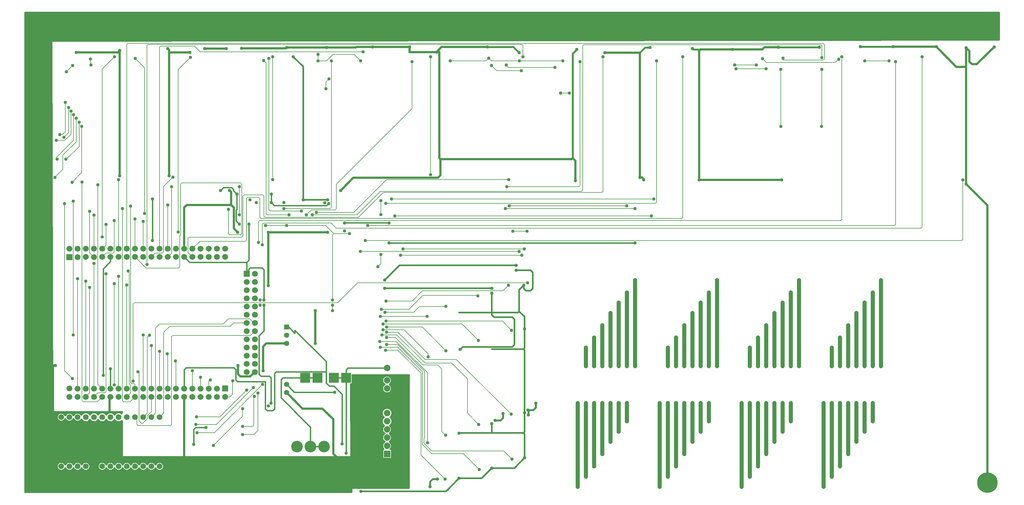
<source format=gbr>
G04 DipTrace 2.3.0.3*
%INBottom.gbr*%
%MOIN*%
%ADD13C,0.015*%
%ADD14C,0.007*%
%ADD15C,0.025*%
%ADD16C,0.0236*%
%ADD17C,0.05*%
%ADD18C,0.024*%
%ADD19C,0.02*%
%ADD22R,0.12X0.12*%
%ADD23C,0.25*%
%ADD26C,0.1417*%
%ADD27C,0.252*%
%ADD31C,0.072*%
%ADD32R,0.072X0.072*%
%ADD33C,0.064*%
%ADD34R,0.064X0.064*%
%ADD35R,0.0787X0.0787*%
%ADD36C,0.0787*%
%ADD37R,0.07X0.07*%
%ADD38C,0.07*%
%ADD39C,0.04*%
%FSLAX44Y44*%
G04*
G70*
G90*
G75*
G01*
%LNBottom*%
%LPD*%
X43690Y9565D2*
D13*
X43693Y9568D1*
Y18753D1*
X36440Y17940D2*
X37379Y17001D1*
X42313D1*
X42190Y18753D2*
X43693D1*
Y19720D1*
X43913Y19940D1*
X48690D1*
X39344Y10355D2*
X40997D1*
X38690Y18753D2*
X35975D1*
X35755Y18533D1*
Y16324D1*
X39344Y12736D1*
Y10355D1*
X40190Y18753D2*
X39435D1*
X38690D1*
X20940Y13940D2*
D14*
X21440Y14440D1*
Y24315D1*
X22190Y25065D1*
X29565D1*
X29965Y25465D1*
X31560D1*
X39940Y22940D2*
D15*
Y26940D1*
X33565Y19627D2*
Y22565D1*
X33940Y22940D1*
X36440D1*
X14940Y16435D2*
X14815Y16310D1*
Y14565D1*
X15565D1*
X31440Y7940D2*
X31190D1*
X29440D2*
X29190Y7690D1*
X27440Y7940D2*
X26940D1*
X25440D2*
X25190D1*
X23940Y16435D2*
Y8940D1*
X36440Y16940D2*
X38379Y15001D1*
X40813D1*
X42126Y13688D1*
Y9504D1*
X42940Y8690D1*
X7940Y61940D2*
X8440D1*
X6940Y59940D2*
Y59690D1*
X11315Y60065D2*
X11190Y60190D1*
Y60315D1*
X16690Y60065D2*
Y60315D1*
X11065Y62690D2*
X10815Y62440D1*
Y62253D1*
X16565Y62690D2*
X16190D1*
X21002D2*
Y62315D1*
X25315Y62753D2*
Y62440D1*
X30252Y60128D2*
Y60440D1*
X25690Y60128D2*
X25502Y60315D1*
Y60502D1*
X21252Y60128D2*
X21127Y60252D1*
Y60628D1*
X40627Y62690D2*
X40315Y63002D1*
X46127Y62753D2*
X45940Y62940D1*
X45877D1*
X50690Y62690D2*
X50565Y62815D1*
X50440D1*
X55252Y62690D2*
X55065Y62877D1*
X54877D1*
X60253Y62690D2*
X60128Y62815D1*
X60002D1*
X65753Y62690D2*
X65503Y62940D1*
X65565Y63002D1*
X71378Y62690D2*
X71128Y62940D1*
X70877D1*
X75690Y62690D2*
X75503Y62877D1*
X75440D1*
X80252Y62690D2*
X80065Y62877D1*
X80003D1*
X85128Y62690D2*
X84878Y62940D1*
X84690D1*
X90190Y62628D2*
X89940Y62877D1*
Y62940D1*
X95627Y62628D2*
X95502Y62753D1*
Y62877D1*
X101338Y62690D2*
X101150Y62877D1*
X100378D1*
X100128D1*
X100627Y62628D2*
X100378Y62877D1*
X105627Y62690D2*
X105440Y62877D1*
X105378D1*
X109752Y62628D2*
X109627Y62753D1*
Y62877D1*
X115003Y62690D2*
X114940Y62753D1*
X114565D1*
X118002Y62690D2*
X117815Y62877D1*
Y62940D1*
X35752Y60128D2*
X35690Y60190D1*
X35440D1*
X40563Y60131D2*
X40438Y60256D1*
Y60318D1*
X40563Y60131D1*
X50752D2*
X50564Y60318D1*
Y60381D1*
X55190Y60193D2*
X55065Y60318D1*
Y60381D1*
X55190Y60193D1*
X60190Y60131D2*
X60003Y60318D1*
X59940D1*
X65691Y60131D2*
X65628Y60193D1*
X65441D1*
X71191Y60256D2*
X71004Y60443D1*
Y60568D1*
X75692Y60193D2*
X75504Y60381D1*
X75379D1*
X80130Y60131D2*
X80005Y60256D1*
Y60443D1*
X85318Y60193D2*
X85193Y60318D1*
Y60443D1*
X90006Y60193D2*
Y60443D1*
X95569Y60068D2*
Y60381D1*
X100445Y60256D2*
Y60506D1*
X105633Y60193D2*
X105383Y60443D1*
X105320D1*
X109696Y60256D2*
X109508Y60443D1*
X109383D1*
X114884Y60256D2*
X114509Y60631D1*
X118571Y60193D2*
Y60506D1*
X16076Y43413D2*
Y58715D1*
X21940Y58940D2*
X22104Y58776D1*
Y58495D1*
X22244D1*
X22104Y58355D1*
Y43413D1*
X30459Y36516D2*
X29989Y36986D1*
Y39538D1*
X29669Y39858D1*
X24260D1*
X23940Y39538D1*
Y34505D1*
X64810Y58440D2*
D16*
X64091Y59159D1*
X60940D1*
X32560Y19470D2*
D15*
X32005Y18915D1*
X30813D1*
X30493Y19235D1*
Y20245D1*
X101440Y59112D2*
D16*
X96440D1*
X80755Y59073D2*
X80149D1*
X79544Y58468D1*
D15*
X79516Y58440D1*
X75276D1*
X29669Y39858D2*
Y41438D1*
X29479Y41628D1*
X106440Y59179D2*
D16*
X110440D1*
X115690D2*
D15*
X118144Y56725D1*
X119199D1*
X119339Y56585D1*
Y42435D1*
X54715Y58537D2*
X55065D1*
Y45580D1*
X55205Y45440D1*
X71195D1*
X71335Y45580D1*
D16*
Y58335D1*
X71838Y58838D1*
X79544Y58468D2*
D3*
D15*
Y43225D1*
X90838Y58838D2*
X86901D1*
X86761Y58698D1*
D16*
X86621Y58838D1*
X86042D1*
X85940Y58940D1*
X41417Y36516D2*
D15*
X34188D1*
X26440Y58940D2*
X29058D1*
X55205Y45440D2*
Y43493D1*
X54885Y43173D1*
X44569D1*
X43025Y41628D1*
X71335Y45580D2*
X71655Y45260D1*
Y42830D1*
X22244Y58495D2*
X24620D1*
X16076Y58715D2*
X15856Y58495D1*
X10776D1*
X36440Y59072D2*
X36350Y58982D1*
X30940D1*
X41338Y59072D2*
X36440D1*
X46940Y59159D2*
X44954D1*
X44866Y59072D1*
X41338D1*
X51440Y59159D2*
X46940D1*
X54715Y58537D2*
X51440D1*
Y59159D1*
X60940D2*
X55337D1*
X54715Y58537D1*
X86761Y58698D2*
Y42905D1*
X96440Y59112D2*
X94733D1*
X94458Y58838D1*
X90838D1*
X119339Y42435D2*
X121940Y39834D1*
Y5940D1*
X119199Y56725D2*
X119339Y56865D1*
Y59041D1*
X110440Y59179D2*
X115690D1*
X119339Y59041D2*
X119734Y58646D1*
Y57365D1*
X120054Y57045D1*
X120642D1*
X122756Y59159D1*
X79544Y43225D2*
X79814D1*
X80014Y43025D1*
Y42905D1*
X86761D2*
X96815D1*
X34188Y36516D2*
Y30025D1*
X8215Y20245D2*
X8208Y20252D1*
X7940D1*
Y13940D1*
X35563Y62756D2*
X35313Y63006D1*
X9565Y56128D2*
D14*
X10315Y56877D1*
X61440Y56880D2*
X62076Y56245D1*
X65081D1*
X91104Y56968D2*
X91132Y56940D1*
X93740D1*
X18940Y13940D2*
X19440Y14440D1*
Y23690D1*
X19690Y23940D1*
X12405Y39085D2*
Y34035D1*
X12940Y33500D1*
Y38615D2*
Y34505D1*
X15405Y37971D2*
Y34115D1*
X15265Y33975D1*
X14410D1*
X13940Y33505D1*
X14405Y37501D2*
Y34970D1*
X13940Y34505D1*
X29339Y39323D2*
Y36351D1*
X29479Y36211D1*
X30831D1*
X30971Y36351D1*
Y42403D1*
X30831Y42543D1*
X23635D1*
X23495Y42403D1*
Y36165D1*
X23405Y36075D1*
Y32295D1*
X23265Y32155D1*
X19290D1*
X17940Y33505D1*
Y38170D2*
Y34505D1*
X18940Y37852D2*
Y34505D1*
X22405Y42088D2*
Y33970D1*
X21940Y33505D1*
Y39851D2*
Y34505D1*
X48545Y40043D2*
X81410D1*
X81550Y40183D1*
Y57468D1*
X39557Y38658D2*
X44995D1*
X47873Y41537D1*
X72409D1*
X72549Y41677D1*
Y59277D1*
X72689Y59417D1*
X101605D1*
X101745Y59277D1*
Y57855D1*
X63295Y42098D2*
X72104D1*
X72244Y42238D1*
Y57358D1*
X30666Y38657D2*
Y42098D1*
X36103Y39433D2*
X41769D1*
X41909Y39573D1*
Y57468D1*
X19100Y38823D2*
Y56609D1*
X17964Y57745D1*
X40060Y38963D2*
X44638D1*
X48618Y42943D1*
X63535D1*
X38229Y39128D2*
X34393D1*
X34253Y39268D1*
Y57745D1*
X33627Y57503D2*
X33940Y57190D1*
Y38798D1*
X34080Y38658D1*
X36746D1*
X51744Y57358D2*
Y51635D1*
X42501Y42393D1*
Y39409D1*
X42361Y39268D1*
X39449D1*
X38839Y38658D1*
X81245Y40573D2*
X49245D1*
X46330Y37352D2*
X110604D1*
X110744Y37492D1*
Y57358D1*
X118944Y42905D2*
Y35660D1*
X118804Y35520D1*
X46025D1*
X44090Y36355D2*
X42182D1*
X41187Y37350D1*
X36432D1*
X42182Y36355D2*
X42042Y36215D1*
Y28240D1*
Y26940D2*
Y27630D1*
X36432Y37350D2*
X33862D1*
X33660Y28240D2*
D13*
Y31970D1*
X33440Y32190D1*
X32000D1*
X31780Y31970D1*
Y31680D1*
X31560Y31460D1*
X26598Y12683D2*
X25327D1*
X25107Y12463D1*
Y10623D1*
X30666Y37528D2*
X30259Y37936D1*
Y39218D1*
X30359Y39318D1*
Y41203D1*
X34558D2*
Y40156D1*
X20055Y35525D2*
Y40577D1*
X14940Y19847D2*
Y17435D1*
X78940Y35215D2*
X48940D1*
X31560Y31460D2*
Y32860D1*
X24585D1*
X23940Y33505D1*
X33660Y27630D2*
Y24482D1*
X33065Y23887D1*
Y19185D1*
X33285Y18965D1*
X34315D1*
X34535Y18745D1*
Y15647D1*
X31560Y32860D2*
X31837Y33137D1*
Y37528D1*
X30359Y41203D2*
X29939Y41623D1*
Y41753D1*
X29719Y41973D1*
X28722D1*
X28377Y41628D1*
X34558Y40156D2*
X34936Y39778D1*
X41310D1*
X41560Y40028D1*
X48940Y37657D2*
X48900Y37697D1*
X43552D1*
X43512Y37657D1*
X10405Y23982D2*
D14*
Y40323D1*
X18940Y23982D2*
Y17435D1*
X10285Y18655D2*
X9335Y19605D1*
Y40018D1*
X17405Y39713D2*
Y18185D1*
X17545Y18045D1*
X17800D1*
X17940Y17905D1*
Y17435D1*
X16405Y39408D2*
Y15975D1*
X16545Y15835D1*
X17340D1*
X17940Y16435D1*
X16940Y30080D2*
Y17435D1*
X47939Y40379D2*
Y38691D1*
Y33816D2*
Y32690D1*
X47564Y32315D1*
X17100Y31775D2*
X17245Y31630D1*
Y17985D1*
X17405Y17825D1*
Y16900D1*
X16940Y16435D1*
X15940Y31160D2*
Y17435D1*
X15405Y17886D2*
Y30245D1*
X13410Y42333D2*
Y17965D1*
X13940Y17435D1*
X63600Y39738D2*
X77940D1*
X11470Y42638D2*
Y15975D1*
X11610Y15835D1*
X13340D1*
X13940Y16435D1*
X63130Y39433D2*
X78940D1*
X12940Y32735D2*
Y17435D1*
X45415Y34185D2*
X64810D1*
X14405Y31447D2*
Y17045D1*
X14265Y16905D1*
X13410D1*
X12940Y16435D1*
X49635Y38518D2*
X80940D1*
X11940Y30550D2*
Y17435D1*
X50635Y34490D2*
X65447D1*
X12410Y29775D2*
Y16905D1*
X11940Y16435D1*
X64045Y36640D2*
X65752D1*
X10940Y30855D2*
Y17435D1*
X50330Y33715D2*
X65142D1*
X17710Y18350D2*
Y27795D1*
X17850Y27935D1*
X42658D1*
X45093Y30370D1*
X65824D1*
X53690Y21315D2*
Y21690D1*
X50753Y24627D1*
X48189D1*
X29877Y18377D2*
X29815Y18315D1*
Y16752D1*
X29498Y16435D1*
X28940D1*
X27502Y10502D2*
X31065Y14065D1*
Y15003D1*
X55878Y22065D2*
X53003Y24940D1*
X48627D1*
X27127Y18503D2*
X26940Y18315D1*
Y17435D1*
X55753Y6377D2*
X52815Y9315D1*
Y19315D1*
X50003Y22127D1*
X48502D1*
X59815Y23315D2*
X57815Y25315D1*
X48189D1*
X25940Y18815D2*
Y17435D1*
X59940Y7565D2*
X58003Y9502D1*
X54127D1*
X53002Y10627D1*
Y19502D1*
X50002Y22502D1*
X47877D1*
X32502Y16502D2*
X32440Y16440D1*
Y12940D1*
X32315Y12815D1*
X31065D1*
X63878Y24565D2*
X62753Y25690D1*
X48564D1*
X24940Y19627D2*
Y17435D1*
X63941Y8813D2*
X62941Y9813D1*
X54127D1*
X53190Y10751D1*
Y11376D1*
X53252Y11438D1*
Y19564D1*
X50002Y22814D1*
X48627D1*
X32937Y16876D2*
Y12313D1*
X32437Y11813D1*
X31062D1*
X53565Y26252D2*
X47877D1*
X22878Y20815D2*
X22940Y20753D1*
Y17435D1*
X53627Y10813D2*
Y19376D1*
X49814Y23189D1*
X47814D1*
X31562Y17251D2*
X28312Y14001D1*
X25437D1*
X55878Y27503D2*
Y27440D1*
X52627D1*
X51940Y26753D1*
X48440D1*
X21878Y21690D2*
X21940Y21628D1*
Y17435D1*
X55815Y11751D2*
X55377Y12188D1*
Y19814D1*
X54877Y20314D1*
X53065D1*
X49689Y23689D1*
X48627D1*
X32375Y17564D2*
X27874Y13063D1*
X25374D1*
X59752Y28753D2*
X59690Y28815D1*
X53065D1*
X51378Y27128D1*
X48002D1*
X20940Y22002D2*
Y17435D1*
X59878Y13063D2*
X58503Y14438D1*
Y18626D1*
X56565Y20564D1*
X53315D1*
X49877Y24002D1*
X48064D1*
X33500Y17939D2*
X27624Y12063D1*
X25499D1*
X63502Y30065D2*
X62815Y29378D1*
X53003D1*
X51752Y28127D1*
X48564D1*
X19940Y22690D2*
Y17435D1*
X63816Y14313D2*
X57128Y21002D1*
X53315D1*
X50002Y24315D1*
X48627D1*
X18311Y19502D2*
X18436Y19376D1*
Y13501D1*
X18748Y13188D1*
X18874D1*
X19436Y13751D1*
Y14126D1*
X19940Y14630D1*
Y16435D1*
X71940Y15690D2*
D17*
Y5440D1*
X81940Y15690D2*
Y5440D1*
X91940Y15690D2*
Y5440D1*
X101940Y15690D2*
Y5440D1*
X54816Y6402D2*
D18*
X54238D1*
X53928Y6092D1*
Y5440D1*
X102940Y20190D2*
D17*
Y22440D1*
X92940Y20190D2*
Y22440D1*
X82940Y20190D2*
Y22440D1*
X72940Y20190D2*
Y22440D1*
Y15690D2*
Y6690D1*
X82940Y15690D2*
Y6690D1*
X92940Y15690D2*
Y6690D1*
X102940Y15690D2*
Y6690D1*
X103940Y20190D2*
Y23690D1*
X93940Y20190D2*
Y23690D1*
X83940Y20190D2*
Y23690D1*
X73940Y20190D2*
Y23690D1*
Y15690D2*
Y7940D1*
X83940Y15690D2*
Y7940D1*
X93940Y15690D2*
Y7940D1*
X103940Y15690D2*
Y7940D1*
X104940Y20190D2*
Y25190D1*
X94940Y20190D2*
Y25190D1*
X84940Y20190D2*
Y25190D1*
X74940Y20190D2*
Y25190D1*
Y15690D2*
Y9440D1*
X84940Y15690D2*
Y9440D1*
X94940Y15690D2*
Y9440D1*
X104940Y15690D2*
Y9440D1*
X105940Y20190D2*
Y26690D1*
X95940Y20190D2*
Y26690D1*
X85940Y20190D2*
Y26690D1*
X75940Y20190D2*
Y26690D1*
Y15690D2*
Y10940D1*
X85940Y15690D2*
Y10940D1*
X95940Y15690D2*
Y10940D1*
X105940Y15690D2*
Y10940D1*
X106940Y20190D2*
Y27940D1*
X96940Y20190D2*
Y27940D1*
X86940Y20190D2*
Y27940D1*
X76940Y20190D2*
Y27940D1*
Y15690D2*
Y12190D1*
X86940Y15690D2*
Y12190D1*
X96940Y15690D2*
Y12190D1*
X106940Y15690D2*
Y12190D1*
X107940Y20190D2*
Y29190D1*
X97940Y20190D2*
Y29190D1*
X87940Y20190D2*
Y29190D1*
X77940Y20190D2*
Y29190D1*
Y15690D2*
Y13440D1*
X87940Y15690D2*
Y13440D1*
X97940Y15690D2*
Y13440D1*
X107940Y15690D2*
Y13440D1*
X62816Y14402D2*
D18*
Y13870D1*
X62506Y13560D1*
X61853D1*
X108940Y20190D2*
D17*
Y30690D1*
X98940Y20190D2*
Y30690D1*
X88940Y20190D2*
Y30690D1*
X78940Y20190D2*
Y30690D1*
X66816Y15652D2*
D18*
Y15120D1*
X66506Y14810D1*
X65853D1*
D16*
X65935Y14729D1*
Y14215D1*
X45470Y57440D2*
D14*
X44667Y58243D1*
X42102D1*
X41299Y57440D1*
X40276D1*
X103789Y57663D2*
X103371Y57245D1*
X94971D1*
X94499Y57717D1*
X106961Y57440D2*
X109940D1*
X56399D2*
X60771D1*
X61104Y57772D1*
X40276Y57440D2*
Y58245D1*
X64845Y57440D2*
X70120D1*
X61104Y57772D2*
X61436Y57440D1*
X64845D1*
X75034Y57940D2*
Y41537D1*
X74894Y41397D1*
X48240D1*
X45197Y38353D1*
X33800D1*
X33660Y38493D1*
Y40943D1*
X33520Y41083D1*
X31251D1*
X31111Y40943D1*
Y36071D1*
X30971Y35931D1*
X24545D1*
X24405Y35791D1*
Y34040D1*
X24940Y33505D1*
X53995Y43568D2*
Y57940D1*
X22574Y43248D2*
X21405Y42079D1*
Y34115D1*
X21265Y33975D1*
X20410D1*
X19940Y33505D1*
X84776Y57940D2*
Y38353D1*
X84636Y38213D1*
X33290D1*
X33150Y38353D1*
Y40663D1*
X33010Y40803D1*
X31672D1*
X31532Y40663D1*
Y35574D1*
X31392Y35434D1*
X25869D1*
X24940Y34505D1*
X15440Y57940D2*
X13940Y56440D1*
Y35940D1*
X34723Y42943D2*
Y57940D1*
X15940Y42943D2*
Y34505D1*
X33010Y35280D2*
Y37822D1*
X33150Y37962D1*
X104037D1*
X104177Y38102D1*
Y57940D1*
X24690Y57877D2*
X23190Y56377D1*
Y36565D1*
X19405Y32600D2*
Y59324D1*
X19545Y59464D1*
X65136D1*
X65276Y59324D1*
Y57940D1*
X33480Y34975D2*
Y37515D1*
X33620Y37655D1*
X41857D1*
X42507Y37005D1*
X113817D1*
X113957Y37145D1*
Y57940D1*
X45775Y58553D2*
X25887D1*
X25195Y59245D1*
X21080D1*
X20940Y59105D1*
Y34505D1*
X96996Y57787D2*
Y57550D1*
X101910D1*
X102050Y57690D1*
Y59464D1*
X101910Y59604D1*
X17080D1*
X16940Y59464D1*
Y34505D1*
X19940Y13940D2*
X20440Y14440D1*
Y24815D1*
X20940Y25315D1*
X28690D1*
X29315Y25940D1*
X31940D1*
X32415Y25465D1*
X32560D1*
X61465Y29072D2*
D19*
Y26435D1*
X61735Y26165D1*
X63978D1*
X64248Y25895D1*
Y22805D1*
X63978Y22535D1*
X57917D1*
X57610Y22228D1*
X48395Y29683D2*
X61465D1*
X64440Y32473D2*
X50193D1*
X48395Y30675D1*
X45507Y4898D2*
X55884D1*
X57465Y6478D1*
X64440Y31903D2*
X66194D1*
X66464Y31633D1*
Y29668D1*
X66194Y29398D1*
X65624D1*
X65354Y29668D1*
Y30038D1*
X41422Y40498D2*
X38475D1*
X38450Y40473D1*
X65354Y30038D2*
X64814Y29498D1*
Y26863D1*
X65465Y26211D1*
Y24728D1*
Y22405D1*
X65325Y22265D1*
X65465Y22125D1*
Y14478D1*
X57465Y11978D2*
X57502Y12015D1*
X61465D1*
Y13170D1*
X65465Y8978D2*
Y11875D1*
X65325Y12015D1*
X61465D1*
Y7728D2*
X64215D1*
X65465Y8978D1*
X57465Y6478D2*
X60215D1*
X61465Y7728D1*
X65465Y14478D2*
Y12155D1*
X65325Y12015D1*
Y22265D2*
X61465D1*
X57465Y26723D2*
X64674D1*
X64814Y26863D1*
X38450Y40473D2*
Y56740D1*
X37222Y57968D1*
X43190Y10690D2*
D13*
Y16750D1*
X42188Y17751D1*
X41626D1*
X41251Y18126D1*
Y19498D1*
Y20752D1*
X37440Y24562D1*
Y24190D1*
X36690Y24940D1*
X36440D1*
X14060Y19065D2*
Y32064D1*
X14940Y32944D1*
Y33505D1*
X23940Y17435D2*
Y19753D1*
X24160Y19973D1*
X30003D1*
X30223Y19753D1*
Y18504D1*
X30443Y18284D1*
X33845D1*
Y14970D1*
X34065Y14750D1*
X34733D1*
X34953Y14970D1*
Y19278D1*
X35173Y19498D1*
X41251D1*
X32560Y24465D2*
D14*
X32030Y23935D1*
X22545D1*
X22405Y23795D1*
Y13048D1*
X22265Y12908D1*
X18308D1*
X18168Y13048D1*
Y13712D1*
X17940Y13940D1*
X12565Y56940D2*
X12503Y57003D1*
Y57690D1*
X91280Y56498D2*
X94941D1*
X69175Y56663D2*
X63506D1*
X63230Y56940D1*
X8752Y48440D2*
X9065D1*
X9440Y48815D1*
Y52378D1*
X9253Y48128D2*
X9815Y48690D1*
Y51752D1*
X8315Y47752D2*
X9377D1*
X10127Y48502D1*
Y51315D1*
X8440Y45440D2*
X8378Y45502D1*
Y45690D1*
X10440Y47752D1*
Y50877D1*
X8167Y43213D2*
Y43073D1*
X8229Y43323D1*
X9127Y44221D1*
Y45940D1*
X10752Y47565D1*
Y50440D1*
X9503Y45440D2*
Y45378D1*
X11127Y47002D1*
Y49940D1*
X10252Y42627D2*
X11440Y43815D1*
Y49440D1*
X41219Y54048D2*
Y54860D1*
X41604Y55245D1*
X69856Y53528D2*
X70940D1*
X96719Y49440D2*
Y56412D1*
X101694Y49440D2*
X101744Y49490D1*
Y56412D1*
D39*
X43690Y9565D3*
X42313Y17001D3*
X39940Y22940D3*
Y26940D3*
X33565Y19627D3*
X31440Y7940D3*
X29440D3*
X27440D3*
X25440D3*
X39940Y26940D3*
X7940Y61940D3*
X6940Y59940D3*
X11315Y60065D3*
X16690D3*
X11065Y62690D3*
X16565D3*
X21002D3*
X25315Y62753D3*
X30252Y60128D3*
X25690D3*
X21252D3*
X40627Y62690D3*
X46127Y62753D3*
X50690Y62690D3*
X55252D3*
X60253D3*
X65753D3*
X71378D3*
X75690D3*
X80252D3*
X85128D3*
X90190Y62628D3*
X95627D3*
X101338Y62690D3*
X100627Y62628D3*
X105627Y62690D3*
X109752Y62628D3*
X115003Y62690D3*
X118002D3*
X35752Y60128D3*
X40563Y60131D3*
X50752D3*
X55190Y60193D3*
X60190Y60131D3*
X65691D3*
X71191Y60256D3*
X75692Y60193D3*
X80130Y60131D3*
X85318Y60193D3*
X90006D3*
X95569Y60068D3*
X100445Y60256D3*
X105633Y60193D3*
X109696Y60256D3*
X114884D3*
X118571Y60193D3*
X35563Y62756D3*
X9565Y56128D3*
X10315Y56877D3*
X19690Y23940D3*
X33627Y57503D3*
X47939Y40379D3*
Y38691D3*
Y33816D3*
X47564Y32315D3*
X53690Y21315D3*
X48189Y24627D3*
X29877Y18377D3*
X27502Y10502D3*
X31065Y15003D3*
X55878Y22065D3*
X48627Y24940D3*
X27127Y18503D3*
X55753Y6377D3*
X48502Y22127D3*
X59815Y23315D3*
X48189Y25315D3*
X25940Y18815D3*
X59940Y7565D3*
X47877Y22502D3*
X32502Y16502D3*
X31065Y12815D3*
X63878Y24565D3*
X48564Y25690D3*
X24940Y19627D3*
X63941Y8813D3*
X48627Y22814D3*
X32937Y16876D3*
X31062Y11813D3*
X53565Y26252D3*
X47877D3*
X22878Y20815D3*
X53627Y10813D3*
X47814Y23189D3*
X31562Y17251D3*
X25437Y14001D3*
X55878Y27503D3*
X48440Y26753D3*
X21878Y21690D3*
X55815Y11751D3*
X48627Y23689D3*
X32375Y17564D3*
X25374Y13063D3*
X59752Y28753D3*
X48002Y27128D3*
X20940Y22002D3*
X59878Y13063D3*
X48064Y24002D3*
X33500Y17939D3*
X25499Y12063D3*
X63502Y30065D3*
X48564Y28127D3*
X19940Y22690D3*
X63816Y14313D3*
X48627Y24315D3*
X18311Y19502D3*
X71940Y15690D3*
Y5440D3*
X81940Y15690D3*
Y5440D3*
X91940Y15690D3*
Y5440D3*
X101940Y15690D3*
Y5440D3*
X102940Y20190D3*
Y22440D3*
X92940Y20190D3*
Y22440D3*
X82940Y20190D3*
Y22440D3*
X72940Y20190D3*
Y22440D3*
Y15690D3*
Y6690D3*
X82940Y15690D3*
Y6690D3*
X92940Y15690D3*
Y6690D3*
X102940Y15690D3*
Y6690D3*
X103940Y20190D3*
Y23690D3*
X93940Y20190D3*
Y23690D3*
X83940Y20190D3*
Y23690D3*
X73940Y20190D3*
Y23690D3*
Y15690D3*
Y7940D3*
X83940Y15690D3*
Y7940D3*
X93940Y15690D3*
Y7940D3*
X103940Y15690D3*
Y7940D3*
X104940Y20190D3*
Y25190D3*
X94940Y20190D3*
Y25190D3*
X84940Y20190D3*
Y25190D3*
X74940Y20190D3*
Y25190D3*
Y15690D3*
Y9440D3*
X84940Y15690D3*
Y9440D3*
X94940Y15690D3*
Y9440D3*
X104940Y15690D3*
Y9440D3*
X105940Y20190D3*
Y26690D3*
X95940Y20190D3*
Y26690D3*
X85940Y20190D3*
Y26690D3*
X75940Y20190D3*
Y26690D3*
Y15690D3*
Y10940D3*
X85940Y15690D3*
Y10940D3*
X95940Y15690D3*
Y10940D3*
X105940Y15690D3*
Y10940D3*
X106940Y20190D3*
Y27940D3*
X96940Y20190D3*
Y27940D3*
X86940Y20190D3*
Y27940D3*
X76940Y20190D3*
Y27940D3*
Y15690D3*
Y12190D3*
X86940Y15690D3*
Y12190D3*
X96940Y15690D3*
Y12190D3*
X106940Y15690D3*
Y12190D3*
X107940Y20190D3*
Y29190D3*
X97940Y20190D3*
Y29190D3*
X87940Y20190D3*
Y29190D3*
X77940Y20190D3*
Y29190D3*
Y15690D3*
Y13440D3*
X87940Y15690D3*
Y13440D3*
X97940Y15690D3*
Y13440D3*
X107940Y15690D3*
Y13440D3*
X108940Y20190D3*
Y30690D3*
X98940Y20190D3*
Y30690D3*
X88940Y20190D3*
Y30690D3*
X78940Y20190D3*
Y30690D3*
X15440Y57940D3*
X13940Y35940D3*
X24690Y57877D3*
X23190Y36565D3*
X43190Y10690D3*
X12565Y56940D3*
X12503Y57690D3*
X8752Y48440D3*
X9440Y52378D3*
X9253Y48128D3*
X9815Y51752D3*
X8315Y47752D3*
X10127Y51315D3*
X8440Y45440D3*
X10440Y50877D3*
X8167Y43213D3*
X10752Y50440D3*
X9503Y45440D3*
X11127Y49940D3*
X10252Y42627D3*
X11440Y49440D3*
X30190Y62690D3*
X101338D3*
X55190Y60193D3*
X40563Y60131D3*
X46189D3*
X106440Y59179D3*
X110440D3*
X115690D3*
X46940Y59159D3*
X51440D3*
X60940D3*
X122756D3*
X96440Y59112D3*
X101440D3*
X80755Y59073D3*
X36440Y59072D3*
X41338D3*
X119339Y59041D3*
X30940Y58982D3*
X21940Y58940D3*
X26440D3*
X29058D3*
X85940D3*
X71838Y58838D3*
X90838D3*
X16076Y58715D3*
X45775Y58553D3*
X54715Y58537D3*
X10776Y58495D3*
X24620D3*
X64810Y58440D3*
X75276D3*
X40276Y58245D3*
X37222Y57968D3*
X34723Y57940D3*
X53995D3*
X65276D3*
X75034D3*
X84776D3*
X104177D3*
X113957D3*
X101745Y57855D3*
X96996Y57787D3*
X61104Y57772D3*
X17964Y57745D3*
X34253D3*
X94499Y57717D3*
X103789Y57663D3*
X41909Y57468D3*
X81550D3*
X40276Y57440D3*
X45470D3*
X56399D3*
X64845D3*
X70120D3*
X106961D3*
X109940D3*
X51744Y57358D3*
X72244D3*
X110744D3*
X91104Y56968D3*
X63230Y56940D3*
X93740D3*
X61440Y56880D3*
X69175Y56663D3*
X91280Y56498D3*
X94941D3*
X96719Y56412D3*
X101744D3*
X65081Y56245D3*
X41604Y55245D3*
X41219Y54048D3*
X69856Y53528D3*
X70940D3*
X96719Y49440D3*
X101694D3*
X53995Y43568D3*
X16076Y43413D3*
X22104D3*
X22574Y43248D3*
X79544Y43225D3*
X15940Y42943D3*
X34723D3*
X63535D3*
X80014Y42905D3*
X86761D3*
X96815D3*
X118944D3*
X71655Y42830D3*
X11470Y42638D3*
X119339Y42435D3*
X13410Y42333D3*
X30666Y42098D3*
X63295D3*
X22405Y42088D3*
X29479Y41628D3*
X43025D3*
X49245Y40573D3*
X81245D3*
X31977Y40498D3*
X41422D3*
X38450Y40473D3*
X10405Y40323D3*
X32717Y40157D3*
X36103D3*
X41090Y40128D3*
X48545Y40043D3*
X9335Y40018D3*
X21940Y39851D3*
X63600Y39738D3*
X77940D3*
X17405Y39713D3*
X36103Y39433D3*
X63130D3*
X78940D3*
X16405Y39408D3*
X29339Y39323D3*
X38229Y39128D3*
X12405Y39085D3*
X40060Y38963D3*
X19100Y38823D3*
X36746Y38658D3*
X38839D3*
X39557D3*
X30666Y38657D3*
X12940Y38615D3*
X49635Y38518D3*
X80940D3*
X17940Y38170D3*
X15405Y37971D3*
X18940Y37852D3*
X14405Y37501D3*
X33862Y37350D3*
X36432D3*
X46330Y37352D3*
X43497Y36700D3*
X64045Y36640D3*
X65752D3*
X30459Y36516D3*
X34188D3*
X41417D3*
X44090Y36355D3*
X46025Y35520D3*
X33010Y35280D3*
X33480Y34975D3*
X50635Y34490D3*
X65447D3*
X45415Y34185D3*
X64810D3*
X50330Y33715D3*
X65142D3*
X12940Y32735D3*
X19405Y32600D3*
X64440Y32473D3*
Y31903D3*
X17100Y31775D3*
X14405Y31447D3*
X15940Y31160D3*
X10940Y30855D3*
X48395Y30675D3*
X11940Y30550D3*
X65824Y30370D3*
X15405Y30245D3*
X16940Y30080D3*
X65354Y30038D3*
X34188Y30025D3*
X12410Y29775D3*
X48395Y29683D3*
X61465D3*
Y29072D3*
X33190Y28240D3*
X42042D3*
X33190Y27630D3*
X42042D3*
Y26940D3*
X65465Y24728D3*
X10405Y23982D3*
X18940D3*
X57610Y22228D3*
X8215Y20245D3*
X30493D3*
X14060Y19065D3*
X10285Y18655D3*
X17710Y18350D3*
X15405Y17886D3*
X66816Y15652D3*
X34190Y15315D3*
X65853Y14810D3*
X65465Y14478D3*
X62816Y14402D3*
X65935Y14215D3*
X61853Y13560D3*
X61465Y13170D3*
X57465Y11978D3*
X65465Y8978D3*
X61465Y7728D3*
X57465Y6478D3*
X54816Y6402D3*
X53928Y5440D3*
X45507Y4898D3*
X101338Y62690D3*
X28377Y41628D3*
X41560Y40028D3*
X20055Y40577D3*
Y35525D3*
X14940Y19847D3*
X43512Y37657D3*
X48940D3*
Y35215D3*
X78940D3*
X30666Y37528D3*
X31837D3*
X34558Y41203D3*
X34535Y15647D3*
X33660Y27630D3*
Y28240D3*
X25107Y10623D3*
X26598Y12683D3*
X30359Y41203D3*
X34558Y40156D3*
X4590Y63066D2*
D15*
X123292D1*
X4590Y62818D2*
X123292D1*
X4590Y62569D2*
X123292D1*
X4590Y62320D2*
X123292D1*
X4590Y62072D2*
X123292D1*
X4590Y61823D2*
X123292D1*
X4590Y61574D2*
X123292D1*
X4590Y61325D2*
X123292D1*
X4590Y61077D2*
X123292D1*
X4590Y60828D2*
X123292D1*
X4590Y60579D2*
X123292D1*
X4590Y60331D2*
X123292D1*
X4590Y60082D2*
X123292D1*
X4590Y59833D2*
X7702D1*
X4590Y59585D2*
X7702D1*
X4590Y59336D2*
X7706D1*
X4590Y59087D2*
X7706D1*
X4590Y58839D2*
X7706D1*
X4590Y58590D2*
X7706D1*
X4590Y58341D2*
X7706D1*
X4590Y58093D2*
X7706D1*
X4590Y57844D2*
X7706D1*
X4590Y57595D2*
X7706D1*
X4590Y57346D2*
X7710D1*
X4590Y57098D2*
X7710D1*
X4590Y56849D2*
X7710D1*
X4590Y56600D2*
X7710D1*
X4590Y56352D2*
X7710D1*
X4590Y56103D2*
X7710D1*
X4590Y55854D2*
X7710D1*
X4590Y55606D2*
X7710D1*
X4590Y55357D2*
X7714D1*
X4590Y55108D2*
X7714D1*
X4590Y54860D2*
X7714D1*
X4590Y54611D2*
X7714D1*
X4590Y54362D2*
X7714D1*
X4590Y54114D2*
X7714D1*
X4590Y53865D2*
X7714D1*
X4590Y53616D2*
X7714D1*
X4590Y53367D2*
X7718D1*
X4590Y53119D2*
X7718D1*
X4590Y52870D2*
X7718D1*
X4590Y52621D2*
X7718D1*
X4590Y52373D2*
X7718D1*
X4590Y52124D2*
X7718D1*
X4590Y51875D2*
X7718D1*
X4590Y51627D2*
X7718D1*
X4590Y51378D2*
X7718D1*
X4590Y51129D2*
X7722D1*
X4590Y50881D2*
X7722D1*
X4590Y50632D2*
X7722D1*
X4590Y50383D2*
X7722D1*
X4590Y50135D2*
X7722D1*
X4590Y49886D2*
X7722D1*
X4590Y49637D2*
X7722D1*
X4590Y49388D2*
X7722D1*
X4590Y49140D2*
X7726D1*
X4590Y48891D2*
X7726D1*
X4590Y48642D2*
X7726D1*
X4590Y48394D2*
X7726D1*
X4590Y48145D2*
X7726D1*
X4590Y47896D2*
X7726D1*
X4590Y47648D2*
X7726D1*
X4590Y47399D2*
X7726D1*
X4590Y47150D2*
X7729D1*
X4590Y46902D2*
X7729D1*
X4590Y46653D2*
X7729D1*
X4590Y46404D2*
X7729D1*
X4590Y46156D2*
X7729D1*
X4590Y45907D2*
X7729D1*
X4590Y45658D2*
X7729D1*
X4590Y45409D2*
X7729D1*
X4590Y45161D2*
X7733D1*
X4590Y44912D2*
X7733D1*
X4590Y44663D2*
X7733D1*
X4590Y44415D2*
X7733D1*
X4590Y44166D2*
X7733D1*
X4590Y43917D2*
X7733D1*
X4590Y43669D2*
X7733D1*
X4590Y43420D2*
X7733D1*
X4590Y43171D2*
X7737D1*
X4590Y42923D2*
X7737D1*
X4590Y42674D2*
X7737D1*
X4590Y42425D2*
X7737D1*
X4590Y42177D2*
X7737D1*
X4590Y41928D2*
X7737D1*
X4590Y41679D2*
X7737D1*
X4590Y41430D2*
X7737D1*
X4590Y41182D2*
X7741D1*
X4590Y40933D2*
X7741D1*
X4590Y40684D2*
X7741D1*
X4590Y40436D2*
X7741D1*
X4590Y40187D2*
X7741D1*
X4590Y39938D2*
X7741D1*
X4590Y39690D2*
X7741D1*
X4590Y39441D2*
X7741D1*
X4590Y39192D2*
X7741D1*
X4590Y38944D2*
X7745D1*
X4590Y38695D2*
X7745D1*
X4590Y38446D2*
X7745D1*
X4590Y38198D2*
X7745D1*
X4590Y37949D2*
X7745D1*
X4590Y37700D2*
X7745D1*
X4590Y37451D2*
X7745D1*
X4590Y37203D2*
X7745D1*
X4590Y36954D2*
X7749D1*
X4590Y36705D2*
X7749D1*
X4590Y36457D2*
X7749D1*
X4590Y36208D2*
X7749D1*
X4590Y35959D2*
X7749D1*
X4590Y35711D2*
X7749D1*
X4590Y35462D2*
X7749D1*
X4590Y35213D2*
X7749D1*
X4590Y34965D2*
X7753D1*
X4590Y34716D2*
X7753D1*
X4590Y34467D2*
X7753D1*
X4590Y34219D2*
X7753D1*
X4590Y33970D2*
X7753D1*
X4590Y33721D2*
X7753D1*
X4590Y33472D2*
X7753D1*
X4590Y33224D2*
X7753D1*
X4590Y32975D2*
X7757D1*
X4590Y32726D2*
X7757D1*
X4590Y32478D2*
X7757D1*
X4590Y32229D2*
X7757D1*
X4590Y31980D2*
X7757D1*
X4590Y31732D2*
X7757D1*
X4590Y31483D2*
X7757D1*
X4590Y31234D2*
X7757D1*
X4590Y30986D2*
X7761D1*
X4590Y30737D2*
X7761D1*
X4590Y30488D2*
X7761D1*
X4590Y30240D2*
X7761D1*
X4590Y29991D2*
X7761D1*
X4590Y29742D2*
X7761D1*
X4590Y29493D2*
X7761D1*
X4590Y29245D2*
X7761D1*
X4590Y28996D2*
X7761D1*
X4590Y28747D2*
X7765D1*
X4590Y28499D2*
X7765D1*
X4590Y28250D2*
X7765D1*
X4590Y28001D2*
X7765D1*
X4590Y27753D2*
X7765D1*
X4590Y27504D2*
X7765D1*
X4590Y27255D2*
X7765D1*
X4590Y27007D2*
X7765D1*
X4590Y26758D2*
X7769D1*
X4590Y26509D2*
X7769D1*
X4590Y26261D2*
X7769D1*
X4590Y26012D2*
X7769D1*
X4590Y25763D2*
X7769D1*
X4590Y25514D2*
X7769D1*
X4590Y25266D2*
X7769D1*
X4590Y25017D2*
X7769D1*
X4590Y24768D2*
X7772D1*
X4590Y24520D2*
X7772D1*
X4590Y24271D2*
X7772D1*
X4590Y24022D2*
X7772D1*
X4590Y23774D2*
X7772D1*
X4590Y23525D2*
X7772D1*
X4590Y23276D2*
X7772D1*
X4590Y23028D2*
X7772D1*
X4590Y22779D2*
X7776D1*
X4590Y22530D2*
X7776D1*
X4590Y22282D2*
X7776D1*
X4590Y22033D2*
X7776D1*
X4590Y21784D2*
X7776D1*
X4590Y21535D2*
X7776D1*
X4590Y21287D2*
X7776D1*
X4590Y21038D2*
X7776D1*
X4590Y20789D2*
X7780D1*
X4590Y20541D2*
X7780D1*
X4590Y20292D2*
X7780D1*
X4590Y20043D2*
X7780D1*
X4590Y19795D2*
X7780D1*
X4590Y19546D2*
X7780D1*
X4590Y19297D2*
X7780D1*
X4590Y19049D2*
X7780D1*
X4590Y18800D2*
X7780D1*
X4590Y18551D2*
X7784D1*
X4590Y18303D2*
X7784D1*
X4590Y18054D2*
X7784D1*
X4590Y17805D2*
X7784D1*
X4590Y17556D2*
X7784D1*
X4590Y17308D2*
X7784D1*
X4590Y17059D2*
X7784D1*
X4590Y16810D2*
X7784D1*
X4590Y16562D2*
X7788D1*
X4590Y16313D2*
X7788D1*
X4590Y16064D2*
X7788D1*
X4590Y15816D2*
X7788D1*
X4590Y15567D2*
X7788D1*
X4590Y15318D2*
X7788D1*
X4590Y15070D2*
X7788D1*
X4590Y14821D2*
X7788D1*
X4590Y14572D2*
X7792D1*
X4590Y14324D2*
X8515D1*
X9365D2*
X9515D1*
X10365D2*
X10515D1*
X4590Y14075D2*
X8378D1*
X4590Y13826D2*
X8370D1*
X4590Y13577D2*
X8495D1*
X9385D2*
X9492D1*
X10385D2*
X10492D1*
X4590Y13329D2*
X11847D1*
X12033D2*
X12847D1*
X13033D2*
X13847D1*
X14033D2*
X14847D1*
X15033D2*
X15847D1*
X16033D2*
X16292D1*
X4590Y13080D2*
X16292D1*
X4590Y12831D2*
X16292D1*
X4590Y12583D2*
X16292D1*
X4590Y12334D2*
X16292D1*
X4590Y12085D2*
X16292D1*
X4590Y11837D2*
X16292D1*
X4590Y11588D2*
X16292D1*
X4590Y11339D2*
X16292D1*
X4590Y11091D2*
X16292D1*
X4590Y10842D2*
X16292D1*
X4590Y10593D2*
X16292D1*
X4590Y10345D2*
X16292D1*
X4590Y10096D2*
X16292D1*
X4590Y9847D2*
X16292D1*
X4590Y9598D2*
X16292D1*
X4590Y9350D2*
X16292D1*
X4590Y9101D2*
X16292D1*
X4590Y8852D2*
X44292D1*
X4590Y8604D2*
X44292D1*
X4590Y8355D2*
X8546D1*
X9334D2*
X9546D1*
X10334D2*
X10546D1*
X11334D2*
X11546D1*
X12334D2*
X13546D1*
X14334D2*
X14546D1*
X15334D2*
X15546D1*
X16334D2*
X16546D1*
X17334D2*
X17546D1*
X18334D2*
X18546D1*
X19334D2*
X19546D1*
X20334D2*
X20546D1*
X21334D2*
X44292D1*
X4590Y8106D2*
X8386D1*
X12494D2*
X13386D1*
X21494D2*
X44292D1*
X4590Y7858D2*
X8366D1*
X12514D2*
X13366D1*
X21514D2*
X44292D1*
X4590Y7609D2*
X8472D1*
X12408D2*
X13472D1*
X21408D2*
X44292D1*
X4590Y7360D2*
X44292D1*
X4590Y7112D2*
X44292D1*
X4590Y6863D2*
X44292D1*
X4590Y6614D2*
X44292D1*
X4590Y6366D2*
X44292D1*
X4590Y6117D2*
X44292D1*
X4590Y5868D2*
X44292D1*
X4590Y5619D2*
X44292D1*
X4590Y5371D2*
X44292D1*
X4590Y5122D2*
X44292D1*
X4590Y4873D2*
X44292D1*
X9441Y7702D2*
X9373Y7593D1*
X9285Y7505D1*
X9179Y7439D1*
X9061Y7398D1*
X8937Y7385D1*
X8813Y7400D1*
X8695Y7442D1*
X8590Y7509D1*
X8503Y7598D1*
X8438Y7704D1*
X8398Y7822D1*
X8385Y7946D1*
X8400Y8070D1*
X8443Y8187D1*
X8511Y8292D1*
X8600Y8379D1*
X8707Y8444D1*
X8825Y8483D1*
X8950Y8495D1*
X9073Y8479D1*
X9190Y8435D1*
X9295Y8367D1*
X9381Y8277D1*
X9439Y8180D1*
X9511Y8292D1*
X9600Y8379D1*
X9707Y8444D1*
X9825Y8483D1*
X9950Y8495D1*
X10073Y8479D1*
X10190Y8435D1*
X10295Y8367D1*
X10381Y8277D1*
X10439Y8180D1*
X10511Y8292D1*
X10600Y8379D1*
X10707Y8444D1*
X10825Y8483D1*
X10950Y8495D1*
X11073Y8479D1*
X11190Y8435D1*
X11295Y8367D1*
X11381Y8277D1*
X11439Y8180D1*
X11511Y8292D1*
X11600Y8379D1*
X11707Y8444D1*
X11825Y8483D1*
X11950Y8495D1*
X12073Y8479D1*
X12190Y8435D1*
X12295Y8367D1*
X12381Y8277D1*
X12445Y8170D1*
X12484Y8051D1*
X12495Y7940D1*
X12481Y7816D1*
X12440Y7698D1*
X12373Y7593D1*
X12285Y7505D1*
X12179Y7439D1*
X12061Y7398D1*
X11937Y7385D1*
X11813Y7400D1*
X11695Y7442D1*
X11590Y7509D1*
X11503Y7598D1*
X11440Y7698D1*
X11373Y7593D1*
X11285Y7505D1*
X11179Y7439D1*
X11061Y7398D1*
X10937Y7385D1*
X10813Y7400D1*
X10695Y7442D1*
X10590Y7509D1*
X10503Y7598D1*
X10440Y7698D1*
X10373Y7593D1*
X10285Y7505D1*
X10179Y7439D1*
X10061Y7398D1*
X9937Y7385D1*
X9813Y7400D1*
X9695Y7442D1*
X9590Y7509D1*
X9503Y7598D1*
X9440Y7701D1*
X14441Y7702D2*
X14373Y7593D1*
X14285Y7505D1*
X14179Y7439D1*
X14061Y7398D1*
X13937Y7385D1*
X13813Y7400D1*
X13695Y7442D1*
X13590Y7509D1*
X13503Y7598D1*
X13438Y7704D1*
X13398Y7822D1*
X13385Y7946D1*
X13400Y8070D1*
X13443Y8187D1*
X13511Y8292D1*
X13600Y8379D1*
X13707Y8444D1*
X13825Y8483D1*
X13950Y8495D1*
X14073Y8479D1*
X14190Y8435D1*
X14295Y8367D1*
X14381Y8277D1*
X14439Y8180D1*
X14511Y8292D1*
X14600Y8379D1*
X14707Y8444D1*
X14825Y8483D1*
X14950Y8495D1*
X15073Y8479D1*
X15190Y8435D1*
X15295Y8367D1*
X15381Y8277D1*
X15439Y8180D1*
X15511Y8292D1*
X15600Y8379D1*
X15707Y8444D1*
X15825Y8483D1*
X15950Y8495D1*
X16073Y8479D1*
X16190Y8435D1*
X16295Y8367D1*
X16381Y8277D1*
X16439Y8180D1*
X16511Y8292D1*
X16600Y8379D1*
X16707Y8444D1*
X16825Y8483D1*
X16950Y8495D1*
X17073Y8479D1*
X17190Y8435D1*
X17295Y8367D1*
X17381Y8277D1*
X17439Y8180D1*
X17511Y8292D1*
X17600Y8379D1*
X17707Y8444D1*
X17825Y8483D1*
X17950Y8495D1*
X18073Y8479D1*
X18190Y8435D1*
X18295Y8367D1*
X18381Y8277D1*
X18439Y8180D1*
X18511Y8292D1*
X18600Y8379D1*
X18707Y8444D1*
X18825Y8483D1*
X18950Y8495D1*
X19073Y8479D1*
X19190Y8435D1*
X19295Y8367D1*
X19381Y8277D1*
X19439Y8180D1*
X19511Y8292D1*
X19600Y8379D1*
X19707Y8444D1*
X19825Y8483D1*
X19950Y8495D1*
X20073Y8479D1*
X20190Y8435D1*
X20295Y8367D1*
X20381Y8277D1*
X20439Y8180D1*
X20511Y8292D1*
X20600Y8379D1*
X20707Y8444D1*
X20825Y8483D1*
X20950Y8495D1*
X21073Y8479D1*
X21190Y8435D1*
X21295Y8367D1*
X21381Y8277D1*
X21445Y8170D1*
X21484Y8051D1*
X21495Y7940D1*
X21481Y7816D1*
X21440Y7698D1*
X21373Y7593D1*
X21285Y7505D1*
X21179Y7439D1*
X21061Y7398D1*
X20937Y7385D1*
X20813Y7400D1*
X20695Y7442D1*
X20590Y7509D1*
X20503Y7598D1*
X20440Y7698D1*
X20373Y7593D1*
X20285Y7505D1*
X20179Y7439D1*
X20061Y7398D1*
X19937Y7385D1*
X19813Y7400D1*
X19695Y7442D1*
X19590Y7509D1*
X19503Y7598D1*
X19440Y7698D1*
X19373Y7593D1*
X19285Y7505D1*
X19179Y7439D1*
X19061Y7398D1*
X18937Y7385D1*
X18813Y7400D1*
X18695Y7442D1*
X18590Y7509D1*
X18503Y7598D1*
X18440Y7698D1*
X18373Y7593D1*
X18285Y7505D1*
X18179Y7439D1*
X18061Y7398D1*
X17937Y7385D1*
X17813Y7400D1*
X17695Y7442D1*
X17590Y7509D1*
X17503Y7598D1*
X17440Y7698D1*
X17373Y7593D1*
X17285Y7505D1*
X17179Y7439D1*
X17061Y7398D1*
X16937Y7385D1*
X16813Y7400D1*
X16695Y7442D1*
X16590Y7509D1*
X16503Y7598D1*
X16440Y7698D1*
X16373Y7593D1*
X16285Y7505D1*
X16179Y7439D1*
X16061Y7398D1*
X15937Y7385D1*
X15813Y7400D1*
X15695Y7442D1*
X15590Y7509D1*
X15503Y7598D1*
X15440Y7698D1*
X15373Y7593D1*
X15285Y7505D1*
X15179Y7439D1*
X15061Y7398D1*
X14937Y7385D1*
X14813Y7400D1*
X14695Y7442D1*
X14590Y7509D1*
X14503Y7598D1*
X14440Y7701D1*
X16316Y13458D2*
X16264Y13417D1*
X16152Y13363D1*
X16031Y13332D1*
X15906Y13326D1*
X15783Y13345D1*
X15666Y13389D1*
X15561Y13456D1*
X15471Y13543D1*
X15442Y13584D1*
X15363Y13493D1*
X15264Y13417D1*
X15152Y13363D1*
X15031Y13332D1*
X14906Y13326D1*
X14783Y13345D1*
X14666Y13389D1*
X14561Y13456D1*
X14471Y13543D1*
X14442Y13584D1*
X14363Y13493D1*
X14264Y13417D1*
X14152Y13363D1*
X14031Y13332D1*
X13906Y13326D1*
X13783Y13345D1*
X13666Y13389D1*
X13561Y13456D1*
X13471Y13543D1*
X13442Y13584D1*
X13363Y13493D1*
X13264Y13417D1*
X13152Y13363D1*
X13031Y13332D1*
X12906Y13326D1*
X12783Y13345D1*
X12666Y13389D1*
X12561Y13456D1*
X12471Y13543D1*
X12442Y13584D1*
X12363Y13493D1*
X12264Y13417D1*
X12152Y13363D1*
X12031Y13332D1*
X11906Y13326D1*
X11783Y13345D1*
X11666Y13389D1*
X11561Y13456D1*
X11471Y13543D1*
X11407Y13636D1*
X11285Y13505D1*
X11179Y13439D1*
X11061Y13398D1*
X10937Y13385D1*
X10813Y13400D1*
X10695Y13442D1*
X10590Y13509D1*
X10503Y13598D1*
X10440Y13698D1*
X10373Y13593D1*
X10285Y13505D1*
X10179Y13439D1*
X10061Y13398D1*
X9937Y13385D1*
X9813Y13400D1*
X9695Y13442D1*
X9590Y13509D1*
X9503Y13598D1*
X9440Y13698D1*
X9373Y13593D1*
X9285Y13505D1*
X9179Y13439D1*
X9061Y13398D1*
X8937Y13385D1*
X8813Y13400D1*
X8695Y13442D1*
X8590Y13509D1*
X8503Y13598D1*
X8438Y13704D1*
X8398Y13822D1*
X8385Y13946D1*
X8400Y14070D1*
X8443Y14187D1*
X8511Y14292D1*
X8600Y14379D1*
X8707Y14444D1*
X8825Y14483D1*
X8950Y14495D1*
X9073Y14479D1*
X9190Y14435D1*
X9295Y14367D1*
X9381Y14277D1*
X9439Y14180D1*
X9511Y14292D1*
X9600Y14379D1*
X9707Y14444D1*
X9825Y14483D1*
X9950Y14495D1*
X10073Y14479D1*
X10190Y14435D1*
X10295Y14367D1*
X10381Y14277D1*
X10439Y14180D1*
X10511Y14292D1*
X10600Y14379D1*
X10707Y14444D1*
X10825Y14483D1*
X10950Y14495D1*
X11073Y14479D1*
X11190Y14435D1*
X11295Y14367D1*
X11381Y14277D1*
X11405Y14244D1*
X11478Y14346D1*
X11569Y14431D1*
X11676Y14495D1*
X11793Y14537D1*
X11917Y14555D1*
X12041Y14547D1*
X12162Y14514D1*
X12273Y14457D1*
X12371Y14379D1*
X12438Y14298D1*
X12569Y14431D1*
X12676Y14495D1*
X12793Y14537D1*
X12917Y14555D1*
X13041Y14547D1*
X13162Y14514D1*
X13273Y14457D1*
X13371Y14379D1*
X13438Y14298D1*
X13569Y14431D1*
X13676Y14495D1*
X13793Y14537D1*
X13917Y14555D1*
X14041Y14547D1*
X14162Y14514D1*
X14273Y14457D1*
X14371Y14379D1*
X14438Y14298D1*
X14569Y14431D1*
X14676Y14495D1*
X14793Y14537D1*
X14917Y14555D1*
X15041Y14547D1*
X15162Y14514D1*
X15273Y14457D1*
X15371Y14379D1*
X15438Y14298D1*
X15569Y14431D1*
X15676Y14495D1*
X15793Y14537D1*
X15917Y14555D1*
X16041Y14547D1*
X16162Y14514D1*
X16273Y14457D1*
X16313Y14425D1*
X16315Y14565D1*
X7940D1*
X7835Y14626D1*
X7815Y14690D1*
X7729Y59806D1*
X7790Y59912D1*
X7853Y59932D1*
X123315Y60065D1*
Y63315D1*
X4565D1*
Y4815D1*
X44315D1*
Y9065D1*
X16440D1*
X16335Y9126D1*
X16315Y9190D1*
Y13452D1*
X44522Y18816D2*
X48198D1*
X49182D2*
X51290D1*
X44522Y18568D2*
X48081D1*
X49299D2*
X51290D1*
X44522Y18319D2*
X48077D1*
X49303D2*
X51290D1*
X44522Y18070D2*
X48194D1*
X49186D2*
X51290D1*
X44340Y17822D2*
X48202D1*
X49178D2*
X51290D1*
X44340Y17573D2*
X48081D1*
X49299D2*
X51290D1*
X44340Y17324D2*
X48077D1*
X49303D2*
X51290D1*
X44340Y17075D2*
X48190D1*
X49190D2*
X51290D1*
X44340Y16827D2*
X51290D1*
X44340Y16578D2*
X51290D1*
X44340Y16329D2*
X51290D1*
X44340Y16081D2*
X51290D1*
X44340Y15832D2*
X51290D1*
X44340Y15583D2*
X51290D1*
X44340Y15335D2*
X51290D1*
X44340Y15086D2*
X48538D1*
X48842D2*
X51290D1*
X44340Y14837D2*
X48140D1*
X49240D2*
X51290D1*
X44340Y14589D2*
X48022D1*
X49358D2*
X51290D1*
X44340Y14340D2*
X48015D1*
X49365D2*
X51290D1*
X44340Y14091D2*
X48104D1*
X49276D2*
X51290D1*
X44340Y13843D2*
X48144D1*
X49236D2*
X51290D1*
X44340Y13594D2*
X48026D1*
X49354D2*
X51290D1*
X44340Y13345D2*
X48015D1*
X49365D2*
X51290D1*
X44340Y13096D2*
X48104D1*
X49276D2*
X51290D1*
X44340Y12848D2*
X48226D1*
X49154D2*
X51290D1*
X44340Y12599D2*
X48089D1*
X49291D2*
X51290D1*
X44340Y12350D2*
X48073D1*
X49307D2*
X51290D1*
X44340Y12102D2*
X48171D1*
X49209D2*
X51290D1*
X44340Y11853D2*
X48233D1*
X49147D2*
X51290D1*
X44340Y11604D2*
X48089D1*
X49291D2*
X51290D1*
X44340Y11356D2*
X48073D1*
X49307D2*
X51290D1*
X44340Y11107D2*
X48167D1*
X49213D2*
X51290D1*
X44340Y10858D2*
X48237D1*
X49143D2*
X51290D1*
X44340Y10610D2*
X48093D1*
X49287D2*
X51290D1*
X44340Y10361D2*
X48073D1*
X49307D2*
X51290D1*
X44340Y10112D2*
X48163D1*
X49217D2*
X51290D1*
X44340Y9864D2*
X48065D1*
X49315D2*
X51290D1*
X44340Y9615D2*
X48065D1*
X49315D2*
X51290D1*
X44340Y9366D2*
X48065D1*
X49315D2*
X51290D1*
X44340Y9117D2*
X48065D1*
X49315D2*
X51290D1*
X44340Y8869D2*
X48065D1*
X49315D2*
X51290D1*
X44340Y8620D2*
X51290D1*
X44340Y8371D2*
X51290D1*
X44340Y8123D2*
X51290D1*
X44340Y7874D2*
X51290D1*
X44340Y7625D2*
X51290D1*
X44340Y7377D2*
X51290D1*
X44340Y7128D2*
X51290D1*
X44340Y6879D2*
X51290D1*
X44340Y6631D2*
X51290D1*
X44340Y6382D2*
X51290D1*
X44340Y6133D2*
X51290D1*
X44340Y5885D2*
X51290D1*
X44340Y5636D2*
X51290D1*
X44340Y5387D2*
X51290D1*
X44498Y19062D2*
Y17948D1*
X44314D1*
X44315Y8940D1*
Y5315D1*
X51315D1*
Y19065D1*
X44499D1*
X48216Y10039D2*
X48244D1*
X48145Y10192D1*
X48106Y10310D1*
X48091Y10434D1*
X48103Y10558D1*
X48140Y10677D1*
X48202Y10786D1*
X48284Y10880D1*
X48362Y10938D1*
X48293Y10992D1*
X48208Y11084D1*
X48145Y11192D1*
X48106Y11310D1*
X48091Y11434D1*
X48103Y11558D1*
X48140Y11677D1*
X48202Y11786D1*
X48284Y11880D1*
X48362Y11938D1*
X48293Y11992D1*
X48208Y12084D1*
X48145Y12192D1*
X48106Y12310D1*
X48091Y12434D1*
X48103Y12558D1*
X48140Y12677D1*
X48202Y12786D1*
X48312Y12901D1*
X48176Y13029D1*
X48107Y13133D1*
X48060Y13248D1*
X48035Y13371D1*
X48034Y13496D1*
X48056Y13618D1*
X48101Y13735D1*
X48167Y13841D1*
X48262Y13939D1*
X48176Y14029D1*
X48107Y14133D1*
X48060Y14248D1*
X48035Y14371D1*
X48034Y14496D1*
X48056Y14618D1*
X48101Y14735D1*
X48167Y14841D1*
X48252Y14932D1*
X48353Y15006D1*
X48466Y15059D1*
X48586Y15090D1*
X48711Y15098D1*
X48835Y15083D1*
X48953Y15044D1*
X49063Y14983D1*
X49158Y14903D1*
X49237Y14807D1*
X49297Y14697D1*
X49334Y14578D1*
X49349Y14440D1*
X49337Y14316D1*
X49302Y14196D1*
X49245Y14085D1*
X49168Y13987D1*
X49118Y13943D1*
X49237Y13807D1*
X49297Y13697D1*
X49334Y13578D1*
X49349Y13440D1*
X49337Y13316D1*
X49302Y13196D1*
X49245Y13085D1*
X49168Y12987D1*
X49070Y12903D1*
X49168Y12800D1*
X49232Y12693D1*
X49273Y12576D1*
X49289Y12440D1*
X49276Y12316D1*
X49237Y12197D1*
X49175Y12089D1*
X49092Y11996D1*
X49019Y11943D1*
X49083Y11892D1*
X49168Y11800D1*
X49232Y11693D1*
X49273Y11576D1*
X49289Y11440D1*
X49276Y11316D1*
X49237Y11197D1*
X49175Y11089D1*
X49092Y10996D1*
X49019Y10943D1*
X49083Y10892D1*
X49168Y10800D1*
X49232Y10693D1*
X49273Y10576D1*
X49289Y10440D1*
X49276Y10316D1*
X49237Y10197D1*
X49175Y10089D1*
X49131Y10040D1*
X49289Y10039D1*
Y8841D1*
X48091D1*
Y10039D1*
X48216D1*
X49276Y17316D2*
X49237Y17197D1*
X49175Y17089D1*
X49092Y16996D1*
X48991Y16922D1*
X48877Y16871D1*
X48755Y16845D1*
X48631Y16844D1*
X48508Y16870D1*
X48394Y16920D1*
X48293Y16992D1*
X48208Y17084D1*
X48145Y17192D1*
X48106Y17310D1*
X48091Y17434D1*
X48103Y17558D1*
X48140Y17677D1*
X48202Y17786D1*
X48284Y17880D1*
X48362Y17938D1*
X48293Y17992D1*
X48208Y18084D1*
X48145Y18192D1*
X48106Y18310D1*
X48091Y18434D1*
X48103Y18558D1*
X48140Y18677D1*
X48202Y18786D1*
X48284Y18880D1*
X48384Y18955D1*
X48497Y19007D1*
X48619Y19034D1*
X48744Y19036D1*
X48866Y19012D1*
X48981Y18963D1*
X49083Y18892D1*
X49168Y18800D1*
X49232Y18693D1*
X49273Y18576D1*
X49289Y18440D1*
X49276Y18316D1*
X49237Y18197D1*
X49175Y18089D1*
X49092Y17996D1*
X49019Y17943D1*
X49083Y17892D1*
X49168Y17800D1*
X49232Y17693D1*
X49273Y17576D1*
X49289Y17440D1*
X49276Y17316D1*
D22*
X38690Y18753D3*
X40190D3*
X42190D3*
X43693D3*
D23*
X5940Y61940D3*
X121940D3*
X5940Y5940D3*
X121940D3*
D26*
X37690Y8190D3*
X39344D3*
X40997D3*
Y10355D3*
X39344D3*
X37690D3*
D27*
X35918Y6536D3*
X42769D3*
D31*
X9940Y16435D3*
X10940D3*
X11940D3*
X12940D3*
X13940D3*
X14940D3*
X15940D3*
X16940D3*
X17940D3*
X18940D3*
X19940D3*
X20940D3*
X21940D3*
X22940D3*
X23940D3*
X24940D3*
X25940D3*
X26940D3*
X27940D3*
X28940D3*
D32*
Y17440D3*
D31*
X27940Y17435D3*
X26940D3*
X25940D3*
X24940D3*
X23940D3*
X22940D3*
X21940D3*
X20940D3*
X19940D3*
X18940D3*
X17940D3*
X16940D3*
X15940D3*
X14940D3*
X13940D3*
X12940D3*
X11940D3*
X10940D3*
X9940Y17440D3*
D32*
Y33500D3*
D31*
X10940D3*
X11940Y33505D3*
X12940Y33500D3*
X13940Y33505D3*
X14940D3*
X15940D3*
X16940D3*
X17940D3*
X18940D3*
X19940D3*
X20940D3*
X21940D3*
X22940D3*
X23940D3*
X24940D3*
X25940D3*
X26940D3*
X27940D3*
X28940D3*
Y34505D3*
X27940D3*
X26940D3*
X25940D3*
X24940D3*
X23940D3*
X22940D3*
X21940D3*
X20940D3*
X19940D3*
X18940D3*
X17940D3*
X16940D3*
X15940D3*
X14940D3*
X13940D3*
X12940D3*
X11940D3*
X10940D3*
X9940D3*
X31560Y30465D3*
X32560D3*
X31560Y28465D3*
X32560D3*
X31560Y26465D3*
X32560D3*
X31560Y24465D3*
X32560D3*
X31560Y22465D3*
X32560D3*
X31560Y20465D3*
X32560D3*
Y19470D3*
X31560Y19465D3*
X32560Y21465D3*
X31560D3*
X32560Y23465D3*
X31560D3*
X32560Y25465D3*
X31560D3*
X32560Y27465D3*
X31560D3*
X32560Y29465D3*
X31560D3*
X32560Y31465D3*
D32*
X31560Y31460D3*
D33*
X36440Y16940D3*
Y17940D3*
Y22940D3*
Y23940D3*
D34*
Y24940D3*
D35*
X48690Y9440D3*
D36*
Y10440D3*
Y11440D3*
Y12440D3*
Y13440D3*
Y14440D3*
Y15440D3*
Y16440D3*
Y17440D3*
Y18440D3*
Y19940D3*
D37*
X7940Y7940D3*
D38*
X8940D3*
X9940D3*
X10940D3*
X11940D3*
X12940D3*
X13940D3*
X14940D3*
X15940D3*
X16940D3*
X17940D3*
X18940D3*
X19940D3*
X20940D3*
Y13940D3*
X19940D3*
X18940D3*
X17940D3*
X16940D3*
X15940D3*
X14940D3*
X13940D3*
X12940D3*
X11940D3*
X10940D3*
X9940D3*
X8940D3*
X7940D3*
M02*

</source>
